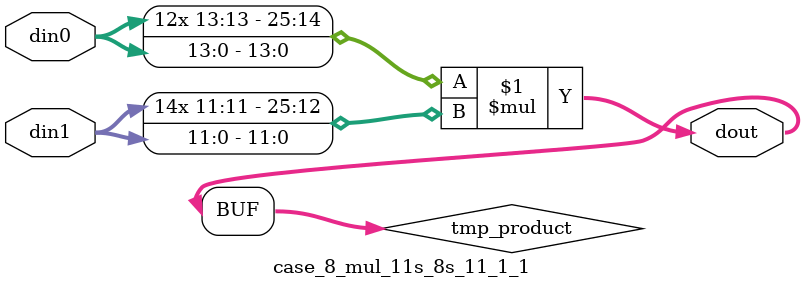
<source format=v>

`timescale 1 ns / 1 ps

 module case_8_mul_11s_8s_11_1_1(din0, din1, dout);
parameter ID = 1;
parameter NUM_STAGE = 0;
parameter din0_WIDTH = 14;
parameter din1_WIDTH = 12;
parameter dout_WIDTH = 26;

input [din0_WIDTH - 1 : 0] din0; 
input [din1_WIDTH - 1 : 0] din1; 
output [dout_WIDTH - 1 : 0] dout;

wire signed [dout_WIDTH - 1 : 0] tmp_product;



























assign tmp_product = $signed(din0) * $signed(din1);








assign dout = tmp_product;





















endmodule

</source>
